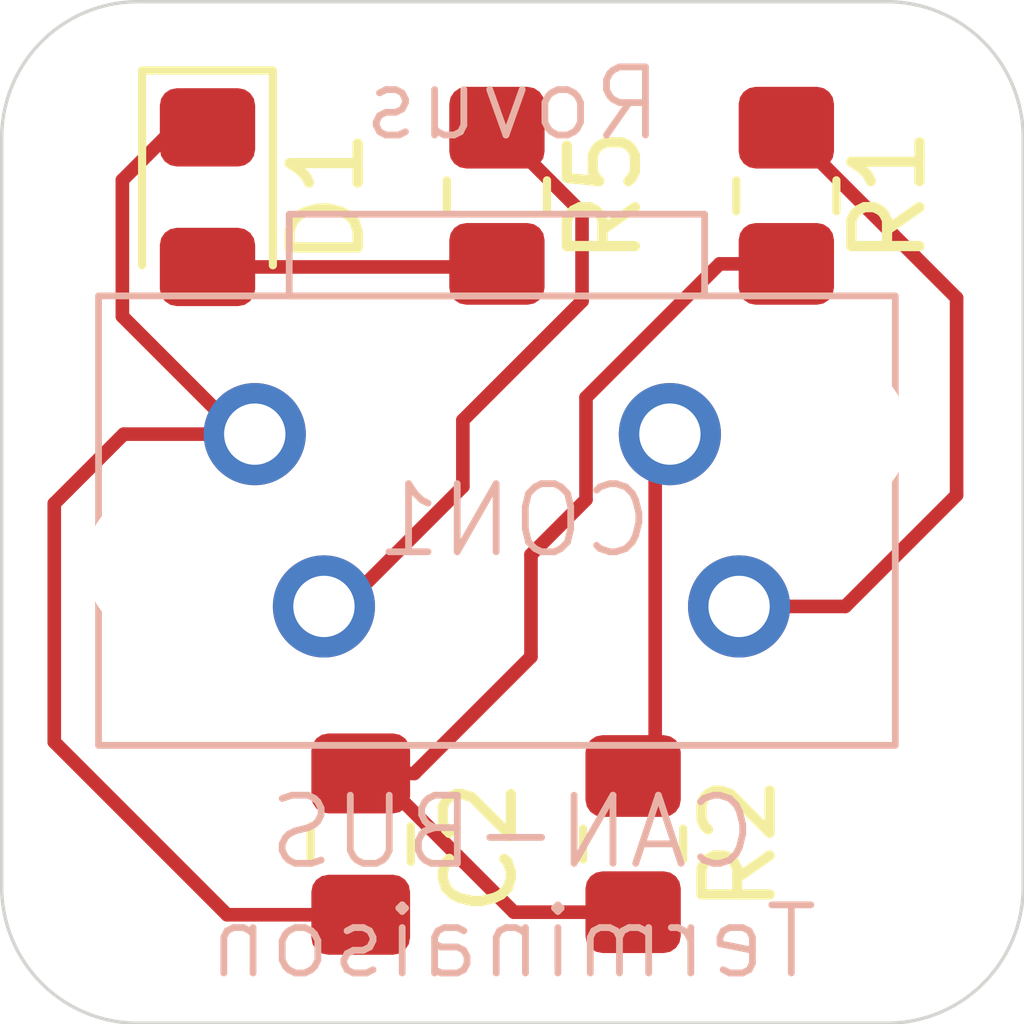
<source format=kicad_pcb>
(kicad_pcb (version 20240108) (generator "pcbnew") (generator_version "8.0")
  (layers (0 "F.Cu" signal) (31 "B.Cu" signal) (34 "B.Paste" user) (35 "F.Paste" user) (36 "B.SilkS" user "B.Silkscreen") (37 "F.SilkS" user "F.Silkscreen") (38 "B.Mask" user) (39 "F.Mask" user) (44 "Edge.Cuts" user))
  (net 0 "")
  (net 1 "Net-(C2-Pad1)")
  (net 2 "GND")
  (net 3 "CAN_L")
  (net 4 "CAN_H")
  (net 5 "VCC")
  (net 6 "Net-(D1-A)")
  (footprint "Capacitor_SMD:C_0805_2012Metric_Pad1.18x1.45mm_HandSolder" (layer "F.Cu") (at 22.272 32.37 -90)
    (property "Reference" "C2" (at 0.05 -1.75 90) (layer "F.SilkS"))
    (property "Value" "47nF")
    (fp_line (start -0.261252 0.735) (end 0.261252 0.735) (stroke (width 0.12)) (layer "F.SilkS"))
    (fp_line (start -0.261252 -0.735) (end 0.261252 -0.735) (stroke (width 0.12)) (layer "F.SilkS"))
    (pad "1" smd roundrect (at -1.0375 0 270) (size 1.175 1.45) (layers "F.Cu" "F.Paste" "F.Mask") (roundrect_rratio 0.212766) (net 1 "Net-(C2-Pad1)"))
    (pad "2" smd roundrect (at 1.0375 0 270) (size 1.175 1.45) (layers "F.Cu" "F.Paste" "F.Mask") (roundrect_rratio 0.212766) (net 2 "GND"))
  )
  (footprint "Resistor_SMD:R_0805_2012Metric_Pad1.20x1.40mm_HandSolder" (layer "F.Cu") (at 28.522 22.85 -90)
    (property "Reference" "R1" (at 0 -1.5 90) (layer "F.SilkS"))
    (property "Value" "60")
    (fp_line (start -0.227064 0.735) (end 0.227064 0.735) (stroke (width 0.12)) (layer "F.SilkS"))
    (fp_line (start -0.227064 -0.735) (end 0.227064 -0.735) (stroke (width 0.12)) (layer "F.SilkS"))
    (pad "1" smd roundrect (at -1 0 270) (size 1.2 1.4) (layers "F.Cu" "F.Paste" "F.Mask") (roundrect_rratio 0.208333) (net 4 "CAN_H"))
    (pad "2" smd roundrect (at 1 0 270) (size 1.2 1.4) (layers "F.Cu" "F.Paste" "F.Mask") (roundrect_rratio 0.208333) (net 1 "Net-(C2-Pad1)"))
  )
  (footprint "Resistor_SMD:R_0805_2012Metric_Pad1.20x1.40mm_HandSolder" (layer "F.Cu") (at 26.272 32.37 90)
    (property "Reference" "R2" (at 0 1.55 -90) (layer "F.SilkS"))
    (property "Value" "60")
    (fp_line (start -0.227064 -0.735) (end 0.227064 -0.735) (stroke (width 0.12)) (layer "F.SilkS"))
    (fp_line (start -0.227064 0.735) (end 0.227064 0.735) (stroke (width 0.12)) (layer "F.SilkS"))
    (pad "1" smd roundrect (at -1 0 90) (size 1.2 1.4) (layers "F.Cu" "F.Paste" "F.Mask") (roundrect_rratio 0.208333) (net 1 "Net-(C2-Pad1)"))
    (pad "2" smd roundrect (at 1 0 90) (size 1.2 1.4) (layers "F.Cu" "F.Paste" "F.Mask") (roundrect_rratio 0.208333) (net 3 "CAN_L"))
  )
  (footprint "LED_SMD:LED_0805_2012Metric_Pad1.15x1.40mm_HandSolder" (layer "F.Cu") (at 20.022 22.87 -90)
    (property "Reference" "D1" (at 0 -1.75 90) (layer "F.SilkS"))
    (property "Value" "LED")
    (fp_line (start -1.86 0.96) (end 1 0.96) (stroke (width 0.12)) (layer "F.SilkS"))
    (fp_line (start -1.86 -0.96) (end -1.86 0.96) (stroke (width 0.12)) (layer "F.SilkS"))
    (fp_line (start 1 -0.96) (end -1.86 -0.96) (stroke (width 0.12)) (layer "F.SilkS"))
    (pad "1" smd roundrect (at -1.025 0 270) (size 1.15 1.4) (layers "F.Cu" "F.Paste" "F.Mask") (roundrect_rratio 0.217391) (net 2 "GND"))
    (pad "2" smd roundrect (at 1.025 0 270) (size 1.15 1.4) (layers "F.Cu" "F.Paste" "F.Mask") (roundrect_rratio 0.217391) (net 6 "Net-(D1-A)"))
  )
  (footprint "Resistor_SMD:R_0805_2012Metric_Pad1.20x1.40mm_HandSolder" (layer "F.Cu") (at 24.272 22.85 90)
    (property "Reference" "R5" (at 0 1.572 -90) (layer "F.SilkS"))
    (property "Value" "2k")
    (fp_line (start -0.227064 -0.735) (end 0.227064 -0.735) (stroke (width 0.12)) (layer "F.SilkS"))
    (fp_line (start -0.227064 0.735) (end 0.227064 0.735) (stroke (width 0.12)) (layer "F.SilkS"))
    (pad "1" smd roundrect (at -1 0 90) (size 1.2 1.4) (layers "F.Cu" "F.Paste" "F.Mask") (roundrect_rratio 0.208333) (net 6 "Net-(D1-A)"))
    (pad "2" smd roundrect (at 1 0 90) (size 1.2 1.4) (layers "F.Cu" "F.Paste" "F.Mask") (roundrect_rratio 0.208333) (net 5 "VCC"))
  )
  (footprint "AAA_Custom:RJ45_MALE-AJP92A8813" (layer "B.Cu") (at 24.272 27.62 180)
    (property "Reference" "CON1" (at -0.25 0 0) (layer "B.SilkS") (effects (font (thickness 0.1)) (justify mirror)))
    (property "Value" "~" (hide yes))
    (fp_rect (start 5.85 -3.3) (end -5.85 3.3) (stroke (width 0.1)) (fill none) (layer "B.SilkS"))
    (fp_rect (start 3.05 3.3) (end -3.05 4.5) (stroke (width 0.1)) (fill none) (layer "B.SilkS"))
    (pad "" np_thru_hole circle (at -4.89 1.27 180) (size 2.3 2.3) (drill 2.36) (layers "F&B.Cu" "*.Mask"))
    (pad "" np_thru_hole circle (at -1.524 -1.26 180) (size 0.2 0.2) (drill 0.9) (layers "F&B.Cu" "*.Mask"))
    (pad "" np_thru_hole circle (at -0.508 1.27 180) (size 0.2 0.2) (drill 0.9) (layers "F&B.Cu" "*.Mask"))
    (pad "" np_thru_hole circle (at 0.508 -1.26 180) (size 0.2 0.2) (drill 0.9) (layers "F&B.Cu" "*.Mask"))
    (pad "" np_thru_hole circle (at 1.524 1.27 180) (size 0.2 0.2) (drill 0.9) (layers "F&B.Cu" "*.Mask"))
    (pad "" np_thru_hole circle (at 4.89 -0.635 180) (size 2.3 2.3) (drill 2.36) (layers "F&B.Cu" "*.Mask"))
    (pad "1" thru_hole circle (at -3.556 -1.26 180) (size 1.5 1.5) (drill 0.9) (layers "*.Cu" "*.Mask") (net 4 "CAN_H"))
    (pad "2" thru_hole circle (at -2.54 1.27 180) (size 1.5 1.5) (drill 0.9) (layers "*.Cu" "*.Mask") (net 3 "CAN_L"))
    (pad "7" thru_hole circle (at 2.54 -1.26 180) (size 1.5 1.5) (drill 0.9) (layers "*.Cu" "*.Mask") (net 5 "VCC"))
    (pad "8" thru_hole circle (at 3.556 1.27 180) (size 1.5 1.5) (drill 0.9) (layers "*.Cu" "*.Mask") (net 2 "GND"))
  )
  (gr_arc (start 19 35) (mid 17.585786 34.414214) (end 17 33) (stroke (width 0.05)) (layer "Edge.Cuts"))
  (gr_line (start 32 22) (end 32 33) (stroke (width 0.05)) (layer "Edge.Cuts"))
  (gr_arc (start 32 33) (mid 31.414214 34.414214) (end 30 35) (stroke (width 0.05)) (layer "Edge.Cuts"))
  (gr_line (start 17 22) (end 17 33) (stroke (width 0.05)) (layer "Edge.Cuts"))
  (gr_line (start 19 20) (end 30 20) (stroke (width 0.05)) (layer "Edge.Cuts"))
  (gr_arc (start 17 22) (mid 17.585786 20.585786) (end 19 20) (stroke (width 0.05)) (layer "Edge.Cuts"))
  (gr_line (start 30 35) (end 19 35) (stroke (width 0.05)) (layer "Edge.Cuts"))
  (gr_arc (start 30 20) (mid 31.414214 20.585786) (end 32 22) (stroke (width 0.05)) (layer "Edge.Cuts"))
  (gr_text "Rovus" (at 24.5 21.5 0) (layer "B.SilkS") (effects (font (size 1 1) (thickness 0.1)) (justify mirror)))
  (gr_text "CAN-BUS\nTerminaison" (at 24.5 33 0) (layer "B.SilkS") (effects (font (size 1 1) (thickness 0.1)) (justify mirror)))
  (segment (start 26.272 33.37) (end 24.522 33.37) (width 0.2) (layer "F.Cu") (net 1))
  (segment (start 23.0595 31.3325) (end 22.272 31.3325) (width 0.2) (layer "F.Cu") (net 1))
  (segment (start 24.772 29.62) (end 23.0595 31.3325) (width 0.2) (layer "F.Cu") (net 1))
  (segment (start 25.58 25.812) (end 25.58 27.312) (width 0.2) (layer "F.Cu") (net 1))
  (segment (start 24.522 33.37) (end 22.4845 31.3325) (width 0.2) (layer "F.Cu") (net 1))
  (segment (start 24.772 28.12) (end 24.772 29.62) (width 0.2) (layer "F.Cu") (net 1))
  (segment (start 22.4845 31.3325) (end 22.272 31.3325) (width 0.2) (layer "F.Cu") (net 1))
  (segment (start 27.542 23.85) (end 25.58 25.812) (width 0.2) (layer "F.Cu") (net 1))
  (segment (start 28.522 23.85) (end 27.542 23.85) (width 0.2) (layer "F.Cu") (net 1))
  (segment (start 25.58 27.312) (end 24.772 28.12) (width 0.2) (layer "F.Cu") (net 1))
  (segment (start 20.3095 33.4075) (end 22.272 33.4075) (width 0.2) (layer "F.Cu") (net 2))
  (segment (start 20.022 21.845) (end 19.547 21.845) (width 0.2) (layer "F.Cu") (net 2))
  (segment (start 17.772 27.37) (end 17.772 30.87) (width 0.2) (layer "F.Cu") (net 2))
  (segment (start 19.547 21.845) (end 18.772 22.62) (width 0.2) (layer "F.Cu") (net 2))
  (segment (start 20.502 26.35) (end 20.716 26.35) (width 0.2) (layer "F.Cu") (net 2))
  (segment (start 18.792 26.35) (end 17.772 27.37) (width 0.2) (layer "F.Cu") (net 2))
  (segment (start 20.716 26.35) (end 18.792 26.35) (width 0.2) (layer "F.Cu") (net 2))
  (segment (start 17.772 30.87) (end 20.3095 33.4075) (width 0.2) (layer "F.Cu") (net 2))
  (segment (start 18.772 22.62) (end 18.772 24.62) (width 0.2) (layer "F.Cu") (net 2))
  (segment (start 18.772 24.62) (end 20.502 26.35) (width 0.2) (layer "F.Cu") (net 2))
  (segment (start 26.596 31.046) (end 26.596 26.566) (width 0.2) (layer "F.Cu") (net 3))
  (segment (start 26.596 26.566) (end 26.812 26.35) (width 0.2) (layer "F.Cu") (net 3))
  (segment (start 26.272 31.37) (end 26.596 31.046) (width 0.2) (layer "F.Cu") (net 3))
  (segment (start 31.022 27.245) (end 29.387 28.88) (width 0.2) (layer "F.Cu") (net 4))
  (segment (start 28.522 21.85) (end 31.022 24.35) (width 0.2) (layer "F.Cu") (net 4))
  (segment (start 31.022 24.35) (end 31.022 27.245) (width 0.2) (layer "F.Cu") (net 4))
  (segment (start 29.387 28.88) (end 27.828 28.88) (width 0.2) (layer "F.Cu") (net 4))
  (segment (start 25.522 24.396) (end 23.772 26.146) (width 0.2) (layer "F.Cu") (net 5))
  (segment (start 24.272 21.85) (end 25.522 23.1) (width 0.2) (layer "F.Cu") (net 5))
  (segment (start 22.012 28.88) (end 21.732 28.88) (width 0.2) (layer "F.Cu") (net 5))
  (segment (start 23.772 26.146) (end 23.772 27.12) (width 0.2) (layer "F.Cu") (net 5))
  (segment (start 25.522 23.1) (end 25.522 24.396) (width 0.2) (layer "F.Cu") (net 5))
  (segment (start 23.772 27.12) (end 22.012 28.88) (width 0.2) (layer "F.Cu") (net 5))
  (segment (start 20.022 23.895) (end 24.227 23.895) (width 0.2) (layer "F.Cu") (net 6))
  (segment (start 24.227 23.895) (end 24.272 23.85) (width 0.2) (layer "F.Cu") (net 6))
)
</source>
